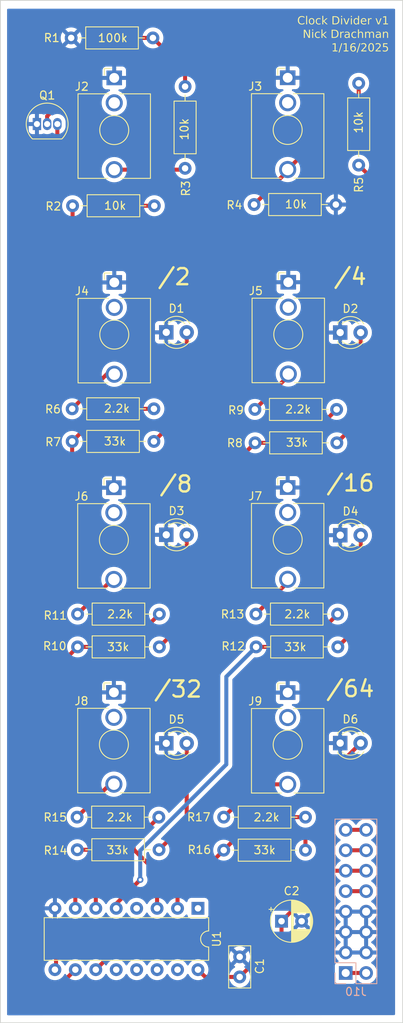
<source format=kicad_pcb>
(kicad_pcb (version 20221018) (generator pcbnew)
  (layers (0 "F.Cu" signal) (31 "B.Cu" signal) (34 "B.Paste" user) (35 "F.Paste" user) (36 "B.SilkS" user "B.Silkscreen") (37 "F.SilkS" user "F.Silkscreen") (38 "B.Mask" user) (39 "F.Mask" user) (44 "Edge.Cuts" user))
  (net 0 "")
  (net 1 "GND")
  (net 2 "Net-(D1-A)")
  (net 3 "Net-(D2-A)")
  (net 4 "Net-(D3-A)")
  (net 5 "Net-(D4-A)")
  (net 6 "Net-(D5-A)")
  (net 7 "Net-(D6-A)")
  (net 8 "Net-(Q1-B)")
  (net 9 "Net-(Q1-C)")
  (net 10 "Net-(J2-PadT)")
  (net 11 "Net-(J3-PadT)")
  (net 12 "Net-(U1-Reset)")
  (net 13 "Net-(J4-PadT)")
  (net 14 "Net-(U1-Q0)")
  (net 15 "Net-(U1-Q1)")
  (net 16 "Net-(J5-PadT)")
  (net 17 "Net-(U1-Q2)")
  (net 18 "Net-(J6-PadT)")
  (net 19 "Net-(U1-Q3)")
  (net 20 "Net-(J7-PadT)")
  (net 21 "Net-(U1-Q4)")
  (net 22 "Net-(J8-PadT)")
  (net 23 "Net-(U1-Q5)")
  (net 24 "Net-(J9-PadT)")
  (net 30 "+12V")
  (net 31 "-12V")
  (net 33 "+5V")
  (net 34 "unconnected-(J10-Pin_13-Pad13)")
  (net 35 "unconnected-(J10-Pin_15-Pad15)")
  (footprint "LED_THT:LED_D3.0mm" (layer "F.Cu") (at 135.835 94.825)
    (fp_text reference "D3" (at 1.27 -2.96) (layer "F.SilkS"))
    (fp_text value "LED")
    (pad "1" thru_hole rect (at 0 0) (size 1.8 1.8) (drill 0.9) (layers "*.Cu" "*.Mask") (net 1 "GND"))
    (pad "2" thru_hole circle (at 2.54 0) (size 1.8 1.8) (drill 0.9) (layers "*.Cu" "*.Mask") (net 4 "Net-(D3-A)"))
  )
  (footprint "LED_THT:LED_D3.0mm" (layer "F.Cu") (at 157.46 94.875)
    (fp_text reference "D4" (at 1.27 -2.96) (layer "F.SilkS"))
    (fp_text value "LED")
    (pad "1" thru_hole rect (at 0 0) (size 1.8 1.8) (drill 0.9) (layers "*.Cu" "*.Mask") (net 1 "GND"))
    (pad "2" thru_hole circle (at 2.54 0) (size 1.8 1.8) (drill 0.9) (layers "*.Cu" "*.Mask") (net 5 "Net-(D4-A)"))
  )
  (footprint "Resistor_THT:R_Axial_DIN0207_L6.3mm_D2.5mm_P10.16mm_Horizontal" (layer "F.Cu") (at 146.85 79.25)
    (fp_text reference "R9" (at -2.35 0.1) (layer "F.SilkS"))
    (fp_text value "2k2")
    (pad "1" thru_hole circle (at 0 0) (size 1.6 1.6) (drill 0.8) (layers "*.Cu" "*.Mask") (net 16 "Net-(J5-PadT)"))
    (pad "2" thru_hole oval (at 10.16 0) (size 1.6 1.6) (drill 0.8) (layers "*.Cu" "*.Mask") (net 15 "Net-(U1-Q1)"))
  )
  (footprint "LED_THT:LED_D3.0mm" (layer "F.Cu") (at 157.45 120.7)
    (fp_text reference "D6" (at 1.27 -2.96) (layer "F.SilkS"))
    (fp_text value "LED")
    (pad "1" thru_hole rect (at 0 0) (size 1.8 1.8) (drill 0.9) (layers "*.Cu" "*.Mask") (net 1 "GND"))
    (pad "2" thru_hole circle (at 2.54 0) (size 1.8 1.8) (drill 0.9) (layers "*.Cu" "*.Mask") (net 7 "Net-(D6-A)"))
  )
  (footprint "Resistor_THT:R_Axial_DIN0207_L6.3mm_D2.5mm_P10.16mm_Horizontal" (layer "F.Cu") (at 124.14 83.225)
    (fp_text reference "R7" (at -2.365 0.075) (layer "F.SilkS"))
    (fp_text value "33k")
    (pad "1" thru_hole circle (at 0 0) (size 1.6 1.6) (drill 0.8) (layers "*.Cu" "*.Mask") (net 14 "Net-(U1-Q0)"))
    (pad "2" thru_hole oval (at 10.16 0) (size 1.6 1.6) (drill 0.8) (layers "*.Cu" "*.Mask") (net 2 "Net-(D1-A)"))
  )
  (footprint "Connector_Audio:Jack_3.5mm_QingPu_WQP-PJ398SM_Vertical_CircularHoles" (layer "F.Cu") (at 150.925 88.95)
    (fp_text reference "J7" (at -4.03 1.08) (layer "F.SilkS"))
    (fp_text value "/16")
    (pad "S" thru_hole rect (at 0 0 180) (size 1.93 1.83) (drill 1.22) (layers "*.Cu" "*.Mask") (net 1 "GND"))
    (pad "T" thru_hole circle (at 0 11.4 180) (size 2.13 2.13) (drill 1.43) (layers "*.Cu" "*.Mask") (net 20 "Net-(J7-PadT)"))
    (pad "TN" thru_hole circle (at 0 3.1 180) (size 2.13 2.13) (drill 1.42) (layers "*.Cu" "*.Mask"))
  )
  (footprint "Connector_Audio:Jack_3.5mm_QingPu_WQP-PJ398SM_Vertical_CircularHoles" (layer "F.Cu") (at 150.925 114.425)
    (fp_text reference "J9" (at -4.03 1.08) (layer "F.SilkS"))
    (fp_text value "/64")
    (pad "S" thru_hole rect (at 0 0 180) (size 1.93 1.83) (drill 1.22) (layers "*.Cu" "*.Mask") (net 1 "GND"))
    (pad "T" thru_hole circle (at 0 11.4 180) (size 2.13 2.13) (drill 1.43) (layers "*.Cu" "*.Mask") (net 24 "Net-(J9-PadT)"))
    (pad "TN" thru_hole circle (at 0 3.1 180) (size 2.13 2.13) (drill 1.42) (layers "*.Cu" "*.Mask"))
  )
  (footprint "Resistor_THT:R_Axial_DIN0207_L6.3mm_D2.5mm_P10.16mm_Horizontal" (layer "F.Cu") (at 124.14 79.175)
    (fp_text reference "R6" (at -2.39 0.05) (layer "F.SilkS"))
    (fp_text value "2.2k")
    (pad "1" thru_hole circle (at 0 0) (size 1.6 1.6) (drill 0.8) (layers "*.Cu" "*.Mask") (net 13 "Net-(J4-PadT)"))
    (pad "2" thru_hole oval (at 10.16 0) (size 1.6 1.6) (drill 0.8) (layers "*.Cu" "*.Mask") (net 14 "Net-(U1-Q0)"))
  )
  (footprint "LED_THT:LED_D3.0mm" (layer "F.Cu") (at 157.45 69.7)
    (fp_text reference "D2" (at 1.27 -2.96) (layer "F.SilkS"))
    (fp_text value "LED")
    (pad "1" thru_hole rect (at 0 0) (size 1.8 1.8) (drill 0.9) (layers "*.Cu" "*.Mask") (net 1 "GND"))
    (pad "2" thru_hole circle (at 2.54 0) (size 1.8 1.8) (drill 0.9) (layers "*.Cu" "*.Mask") (net 3 "Net-(D2-A)"))
  )
  (footprint "Resistor_THT:R_Axial_DIN0207_L6.3mm_D2.5mm_P10.16mm_Horizontal" (layer "F.Cu") (at 159.75 48.9 90)
    (fp_text reference "R5" (at -2.45 0.025 90) (layer "F.SilkS"))
    (fp_text value "10k")
    (pad "1" thru_hole circle (at 0 0 90) (size 1.6 1.6) (drill 0.8) (layers "*.Cu" "*.Mask") (net 12 "Net-(U1-Reset)"))
    (pad "2" thru_hole oval (at 10.16 0 90) (size 1.6 1.6) (drill 0.8) (layers "*.Cu" "*.Mask") (net 11 "Net-(J3-PadT)"))
  )
  (footprint "Resistor_THT:R_Axial_DIN0207_L6.3mm_D2.5mm_P10.16mm_Horizontal" (layer "F.Cu") (at 124.815 104.675)
    (fp_text reference "R11" (at -2.765 0.175) (layer "F.SilkS"))
    (fp_text value "2k2")
    (pad "1" thru_hole circle (at 0 0) (size 1.6 1.6) (drill 0.8) (layers "*.Cu" "*.Mask") (net 18 "Net-(J6-PadT)"))
    (pad "2" thru_hole oval (at 10.16 0) (size 1.6 1.6) (drill 0.8) (layers "*.Cu" "*.Mask") (net 17 "Net-(U1-Q2)"))
  )
  (footprint "Connector_Audio:Jack_3.5mm_QingPu_WQP-PJ398SM_Vertical_CircularHoles" (layer "F.Cu") (at 129.325 88.975)
    (fp_text reference "J6" (at -4.03 1.08) (layer "F.SilkS"))
    (fp_text value "/8")
    (pad "S" thru_hole rect (at 0 0 180) (size 1.93 1.83) (drill 1.22) (layers "*.Cu" "*.Mask") (net 1 "GND"))
    (pad "T" thru_hole circle (at 0 11.4 180) (size 2.13 2.13) (drill 1.43) (layers "*.Cu" "*.Mask") (net 18 "Net-(J6-PadT)"))
    (pad "TN" thru_hole circle (at 0 3.1 180) (size 2.13 2.13) (drill 1.42) (layers "*.Cu" "*.Mask"))
  )
  (footprint "Package_DIP:DIP-16_W7.62mm" (layer "F.Cu") (at 139.775 141.225 -90)
    (fp_text reference "U1" (at 3.81 -2.33 90) (layer "F.SilkS"))
    (fp_text value "4040")
    (pad "1" thru_hole rect (at 0 0 270) (size 1.6 1.6) (drill 0.8) (layers "*.Cu" "*.Mask"))
    (pad "2" thru_hole oval (at 0 2.54 270) (size 1.6 1.6) (drill 0.8) (layers "*.Cu" "*.Mask") (net 23 "Net-(U1-Q5)"))
    (pad "3" thru_hole oval (at 0 5.08 270) (size 1.6 1.6) (drill 0.8) (layers "*.Cu" "*.Mask") (net 21 "Net-(U1-Q4)"))
    (pad "4" thru_hole oval (at 0 7.62 270) (size 1.6 1.6) (drill 0.8) (layers "*.Cu" "*.Mask"))
    (pad "5" thru_hole oval (at 0 10.16 270) (size 1.6 1.6) (drill 0.8) (layers "*.Cu" "*.Mask") (net 19 "Net-(U1-Q3)"))
    (pad "6" thru_hole oval (at 0 12.7 270) (size 1.6 1.6) (drill 0.8) (layers "*.Cu" "*.Mask") (net 17 "Net-(U1-Q2)"))
    (pad "7" thru_hole oval (at 0 15.24 270) (size 1.6 1.6) (drill 0.8) (layers "*.Cu" "*.Mask") (net 15 "Net-(U1-Q1)"))
    (pad "8" thru_hole oval (at 0 17.78 270) (size 1.6 1.6) (drill 0.8) (layers "*.Cu" "*.Mask") (net 1 "GND"))
    (pad "9" thru_hole oval (at 7.62 17.78 270) (size 1.6 1.6) (drill 0.8) (layers "*.Cu" "*.Mask") (net 14 "Net-(U1-Q0)"))
    (pad "10" thru_hole oval (at 7.62 15.24 270) (size 1.6 1.6) (drill 0.8) (layers "*.Cu" "*.Mask") (net 9 "Net-(Q1-C)"))
    (pad "11" thru_hole oval (at 7.62 12.7 270) (size 1.6 1.6) (drill 0.8) (layers "*.Cu" "*.Mask") (net 12 "Net-(U1-Reset)"))
    (pad "12" thru_hole oval (at 7.62 10.16 270) (size 1.6 1.6) (drill 0.8) (layers "*.Cu" "*.Mask"))
    (pad "13" thru_hole oval (at 7.62 7.62 270) (size 1.6 1.6) (drill 0.8) (layers "*.Cu" "*.Mask"))
    (pad "14" thru_hole oval (at 7.62 5.08 270) (size 1.6 1.6) (drill 0.8) (layers "*.Cu" "*.Mask"))
    (pad "15" thru_hole oval (at 7.62 2.54 270) (size 1.6 1.6) (drill 0.8) (layers "*.Cu" "*.Mask"))
    (pad "16" thru_hole oval (at 7.62 0 270) (size 1.6 1.6) (drill 0.8) (layers "*.Cu" "*.Mask") (net 33 "+5V"))
  )
  (footprint "Package_TO_SOT_THT:TO-92_Inline" (layer "F.Cu") (at 119.76 43.8)
    (fp_text reference "Q1" (at 1.27 -3.56) (layer "F.SilkS"))
    (fp_text value "2N3904")
    (pad "1" thru_hole rect (at 0 0) (size 1.05 1.5) (drill 0.75) (layers "*.Cu" "*.Mask") (net 1 "GND"))
    (pad "2" thru_hole oval (at 1.27 0) (size 1.05 1.5) (drill 0.75) (layers "*.Cu" "*.Mask") (net 8 "Net-(Q1-B)"))
    (pad "3" thru_hole oval (at 2.54 0) (size 1.05 1.5) (drill 0.75) (layers "*.Cu" "*.Mask") (net 9 "Net-(Q1-C)"))
  )
  (footprint "Resistor_THT:R_Axial_DIN0207_L6.3mm_D2.5mm_P10.16mm_Horizontal" (layer "F.Cu") (at 138.175 39.14 -90)
    (fp_text reference "R3" (at 12.66 -0.1 90) (layer "F.SilkS"))
    (fp_text value "10k")
    (pad "1" thru_hole circle (at 0 0 270) (size 1.6 1.6) (drill 0.8) (layers "*.Cu" "*.Mask") (net 8 "Net-(Q1-B)"))
    (pad "2" thru_hole oval (at 10.16 0 270) (size 1.6 1.6) (drill 0.8) (layers "*.Cu" "*.Mask") (net 10 "Net-(J2-PadT)"))
  )
  (footprint "Capacitor_THT:CP_Radial_D5.0mm_P2.50mm" (layer "F.Cu") (at 150.16 142.825)
    (fp_text reference "C2" (at 1.25 -3.75) (layer "F.SilkS"))
    (fp_text value "10u")
    (pad "1" thru_hole rect (at 0 0) (size 1.6 1.6) (drill 0.8) (layers "*.Cu" "*.Mask") (net 33 "+5V"))
    (pad "2" thru_hole circle (at 2.5 0) (size 1.6 1.6) (drill 0.8) (layers "*.Cu" "*.Mask") (net 1 "GND"))
  )
  (footprint "Connector_Audio:Jack_3.5mm_QingPu_WQP-PJ398SM_Vertical_CircularHoles" (layer "F.Cu") (at 129.325 114.4)
    (fp_text reference "J8" (at -4.03 1.08) (layer "F.SilkS"))
    (fp_text value "/32")
    (pad "S" thru_hole rect (at 0 0 180) (size 1.93 1.83) (drill 1.22) (layers "*.Cu" "*.Mask") (net 1 "GND"))
    (pad "T" thru_hole circle (at 0 11.4 180) (size 2.13 2.13) (drill 1.43) (layers "*.Cu" "*.Mask") (net 22 "Net-(J8-PadT)"))
    (pad "TN" thru_hole circle (at 0 3.1 180) (size 2.13 2.13) (drill 1.42) (layers "*.Cu" "*.Mask"))
  )
  (footprint "Connector_Audio:Jack_3.5mm_QingPu_WQP-PJ398SM_Vertical_CircularHoles" (layer "F.Cu") (at 150.925 38.05)
    (fp_text reference "J3" (at -4.03 1.08 180) (layer "F.SilkS"))
    (fp_text value "ResetIn")
    (pad "S" thru_hole rect (at 0 0 180) (size 1.93 1.83) (drill 1.22) (layers "*.Cu" "*.Mask") (net 1 "GND"))
    (pad "T" thru_hole circle (at 0 11.4 180) (size 2.13 2.13) (drill 1.43) (layers "*.Cu" "*.Mask") (net 11 "Net-(J3-PadT)"))
    (pad "TN" thru_hole circle (at 0 3.1 180) (size 2.13 2.13) (drill 1.42) (layers "*.Cu" "*.Mask"))
  )
  (footprint "Resistor_THT:R_Axial_DIN0207_L6.3mm_D2.5mm_P10.16mm_Horizontal" (layer "F.Cu") (at 146.975 104.675)
    (fp_text reference "R13" (at -2.9 0.025) (layer "F.SilkS"))
    (fp_text value "2k2")
    (pad "1" thru_hole circle (at 0 0) (size 1.6 1.6) (drill 0.8) (layers "*.Cu" "*.Mask") (net 20 "Net-(J7-PadT)"))
    (pad "2" thru_hole oval (at 10.16 0) (size 1.6 1.6) (drill 0.8) (layers "*.Cu" "*.Mask") (net 19 "Net-(U1-Q3)"))
  )
  (footprint "Resistor_THT:R_Axial_DIN0207_L6.3mm_D2.5mm_P10.16mm_Horizontal" (layer "F.Cu") (at 124.75 129.9)
    (fp_text reference "R15" (at -2.715 0.025) (layer "F.SilkS"))
    (fp_text value "2k2")
    (pad "1" thru_hole circle (at 0 0) (size 1.6 1.6) (drill 0.8) (layers "*.Cu" "*.Mask") (net 22 "Net-(J8-PadT)"))
    (pad "2" thru_hole oval (at 10.16 0) (size 1.6 1.6) (drill 0.8) (layers "*.Cu" "*.Mask") (net 21 "Net-(U1-Q4)"))
  )
  (footprint "Resistor_THT:R_Axial_DIN0207_L6.3mm_D2.5mm_P10.16mm_Horizontal" (layer "F.Cu") (at 147 108.75)
    (fp_text reference "R12" (at -2.85 -0.075) (layer "F.SilkS"))
    (fp_text value "33k")
    (pad "1" thru_hole circle (at 0 0) (size 1.6 1.6) (drill 0.8) (layers "*.Cu" "*.Mask") (net 19 "Net-(U1-Q3)"))
    (pad "2" thru_hole oval (at 10.16 0) (size 1.6 1.6) (drill 0.8) (layers "*.Cu" "*.Mask") (net 5 "Net-(D4-A)"))
  )
  (footprint "LED_THT:LED_D3.0mm" (layer "F.Cu") (at 135.835 120.725)
    (fp_text reference "D5" (at 1.27 -2.96) (layer "F.SilkS"))
    (fp_text value "LED")
    (pad "1" thru_hole rect (at 0 0) (size 1.8 1.8) (drill 0.9) (layers "*.Cu" "*.Mask") (net 1 "GND"))
    (pad "2" thru_hole circle (at 2.54 0) (size 1.8 1.8) (drill 0.9) (layers "*.Cu" "*.Mask") (net 6 "Net-(D5-A)"))
  )
  (footprint "Connector_Audio:Jack_3.5mm_QingPu_WQP-PJ398SM_Vertical_CircularHoles" (layer "F.Cu") (at 151 63.45)
    (fp_text reference "J5" (at -4.03 1.08) (layer "F.SilkS"))
    (fp_text value "/4")
    (pad "S" thru_hole rect (at 0 0 180) (size 1.93 1.83) (drill 1.22) (layers "*.Cu" "*.Mask") (net 1 "GND"))
    (pad "T" thru_hole circle (at 0 11.4 180) (size 2.13 2.13) (drill 1.43) (layers "*.Cu" "*.Mask") (net 16 "Net-(J5-PadT)"))
    (pad "TN" thru_hole circle (at 0 3.1 180) (size 2.13 2.13) (drill 1.42) (layers "*.Cu" "*.Mask"))
  )
  (footprint "Connector_Audio:Jack_3.5mm_QingPu_WQP-PJ398SM_Vertical_CircularHoles" (layer "F.Cu") (at 129.368095 38.066967)
    (fp_text reference "J2" (at -4.03 1.08) (layer "F.SilkS"))
    (fp_text value "ClockIn")
    (pad "S" thru_hole rect (at 0 0 180) (size 1.93 1.83) (drill 1.22) (layers "*.Cu" "*.Mask") (net 1 "GND"))
    (pad "T" thru_hole circle (at 0 11.4 180) (size 2.13 2.13) (drill 1.43) (layers "*.Cu" "*.Mask") (net 10 "Net-(J2-PadT)"))
    (pad "TN" thru_hole circle (at 0 3.1 180) (size 2.13 2.13) (drill 1.42) (layers "*.Cu" "*.Mask"))
  )
  (footprint "Resistor_THT:R_Axial_DIN0207_L6.3mm_D2.5mm_P10.16mm_Horizontal" (layer "F.Cu") (at 146.75 53.8)
    (fp_text reference "R4" (at -2.45 0.075) (layer "F.SilkS"))
    (fp_text value "10k")
    (pad "1" thru_hole circle (at 0 0) (size 1.6 1.6) (drill 0.8) (layers "*.Cu" "*.Mask") (net 11 "Net-(J3-PadT)"))
    (pad "2" thru_hole oval (at 10.16 0) (size 1.6 1.6) (drill 0.8) (layers "*.Cu" "*.Mask") (net 1 "GND"))
  )
  (footprint "Connector_Audio:Jack_3.5mm_QingPu_WQP-PJ398SM_Vertical_CircularHoles" (layer "F.Cu") (at 129.375 63.475)
    (fp_text reference "J4" (at -4.03 1.08) (layer "F.SilkS"))
    (fp_text value "/2")
    (pad "S" thru_hole rect (at 0 0 180) (size 1.93 1.83) (drill 1.22) (layers "*.Cu" "*.Mask") (net 1 "GND"))
    (pad "T" thru_hole circle (at 0 11.4 180) (size 2.13 2.13) (drill 1.43) (layers "*.Cu" "*.Mask") (net 13 "Net-(J4-PadT)"))
    (pad "TN" thru_hole circle (at 0 3.1 180) (size 2.13 2.13) (drill 1.42) (layers "*.Cu" "*.Mask"))
  )
  (footprint "Resistor_THT:R_Axial_DIN0207_L6.3mm_D2.5mm_P10.16mm_Horizontal" (layer "F.Cu") (at 124.19 53.95)
    (fp_text reference "R2" (at -2.39 0.075) (layer "F.SilkS"))
    (fp_text value "10k")
    (pad "1" thru_hole circle (at 0 0) (size 1.6 1.6) (drill 0.8) (layers "*.Cu" "*.Mask") (net 33 "+5V"))
    (pad "2" thru_hole oval (at 10.16 0) (size 1.6 1.6) (drill 0.8) (layers "*.Cu" "*.Mask") (net 9 "Net-(Q1-C)"))
  )
  (footprint "Resistor_THT:R_Axial_DIN0207_L6.3mm_D2.5mm_P10.16mm_Horizontal" (layer "F.Cu") (at 124.815 108.75)
    (fp_text reference "R10" (at -2.84 -0.1) (layer "F.SilkS"))
    (fp_text value "33k")
    (pad "1" thru_hole circle (at 0 0) (size 1.6 1.6) (drill 0.8) (layers "*.Cu" "*.Mask") (net 17 "Net-(U1-Q2)"))
    (pad "2" thru_hole oval (at 10.16 0) (size 1.6 1.6) (drill 0.8) (layers "*.Cu" "*.Mask") (net 4 "Net-(D3-A)"))
  )
  (footprint "Resistor_THT:R_Axial_DIN0207_L6.3mm_D2.5mm_P10.16mm_Horizontal" (layer "F.Cu") (at 146.875 83.4)
    (fp_text reference "R8" (at -2.515 0.025) (layer "F.SilkS"))
    (fp_text value "33k")
    (pad "1" thru_hole circle (at 0 0) (size 1.6 1.6) (drill 0.8) (layers "*.Cu" "*.Mask") (net 15 "Net-(U1-Q1)"))
    (pad "2" thru_hole oval (at 10.16 0) (size 1.6 1.6) (drill 0.8) (layers "*.Cu" "*.Mask") (net 3 "Net-(D2-A)"))
  )
  (footprint "Resistor_THT:R_Axial_DIN0207_L6.3mm_D2.5mm_P10.16mm_Horizontal" (layer "F.Cu") (at 124.775 133.95)
    (fp_text reference "R14" (at -2.715 0.1) (layer "F.SilkS"))
    (fp_text value "33k")
    (pad "1" thru_hole circle (at 0 0) (size 1.6 1.6) (drill 0.8) (layers "*.Cu" "*.Mask") (net 21 "Net-(U1-Q4)"))
    (pad "2" thru_hole oval (at 10.16 0) (size 1.6 1.6) (drill 0.8) (layers "*.Cu" "*.Mask") (net 6 "Net-(D5-A)"))
  )
  (footprint "Resistor_THT:R_Axial_DIN0207_L6.3mm_D2.5mm_P10.16mm_Horizontal" (layer "F.Cu") (at 124.015 33.1)
    (fp_text reference "R1" (at -2.415 0) (layer "F.SilkS"))
    (fp_text value "100k")
    (pad "1" thru_hole circle (at 0 0) (size 1.6 1.6) (drill 0.8) (layers "*.Cu" "*.Mask") (net 1 "GND"))
    (pad "2" thru_hole oval (at 10.16 0) (size 1.6 1.6) (drill 0.8) (layers "*.Cu" "*.Mask") (net 8 "Net-(Q1-B)"))
  )
  (footprint "Capacitor_THT:C_Disc_D5.0mm_W2.5mm_P2.50mm" (layer "F.Cu") (at 144.96 149.75 90)
    (fp_text reference "C1" (at 1.325 2.49 90) (layer "F.SilkS"))
    (fp_text value "0.1u")
    (pad "1" thru_hole circle (at 0 0 90) (size 1.6 1.6) (drill 0.8) (layers "*.Cu" "*.Mask") (net 33 "+5V"))
    (pad "2" thru_hole circle (at 2.5 0 90) (size 1.6 1.6) (drill 0.8) (layers "*.Cu" "*.Mask") (net 1 "GND"))
  )
  (footprint "Resistor_THT:R_Axial_DIN0207_L6.3mm_D2.5mm_P10.16mm_Horizontal" (layer "F.Cu") (at 142.975 129.9)
    (fp_text reference "R17" (at -3.1 0) (layer "F.SilkS"))
    (fp_text value "2k2")
    (pad "1" thru_hole circle (at 0 0) (size 1.6 1.6) (drill 0.8) (layers "*.Cu" "*.Mask") (net 24 "Net-(J9-PadT)"))
    (pad "2" thru_hole oval (at 10.16 0) (size 1.6 1.6) (drill 0.8) (layers "*.Cu" "*.Mask") (net 23 "Net-(U1-Q5)"))
  )
  (footprint "Resistor_THT:R_Axial_DIN0207_L6.3mm_D2.5mm_P10.16mm_Horizontal" (layer "F.Cu") (at 142.975 134)
    (fp_text reference "R16" (at -3.025 -0.05) (layer "F.SilkS"))
    (fp_text value "33k")
    (pad "1" thru_hole circle (at 0 0) (size 1.6 1.6) (drill 0.8) (layers "*.Cu" "*.Mask") (net 23 "Net-(U1-Q5)"))
    (pad "2" thru_hole oval (at 10.16 0) (size 1.6 1.6) (drill 0.8) (layers "*.Cu" "*.Mask") (net 7 "Net-(D6-A)"))
  )
  (footprint "LED_THT:LED_D3.0mm" (layer "F.Cu") (at 135.835 69.675)
    (fp_text reference "D1" (at 1.27 -2.96) (layer "F.SilkS"))
    (fp_text value "LED")
    (pad "1" thru_hole rect (at 0 0) (size 1.8 1.8) (drill 0.9) (layers "*.Cu" "*.Mask") (net 1 "GND"))
    (pad "2" thru_hole circle (at 2.54 0) (size 1.8 1.8) (drill 0.9) (layers "*.Cu" "*.Mask") (net 2 "Net-(D1-A)"))
  )
  (footprint "Connector_PinHeader_2.54mm:PinHeader_2x08_P2.54mm_Vertical" (layer "B.Cu") (at 158.135 149.255)
    (fp_text reference "J10" (at 1.27 2.33) (layer "B.SilkS") (effects (justify mirror)))
    (fp_text value "Conn_02x08_Odd_Even")
    (pad "1" thru_hole rect (at 0 0) (size 1.7 1.7) (drill 1) (layers "*.Cu" "*.Mask") (net 31 "-12V"))
    (pad "2" thru_hole oval (at 2.54 0) (size 1.7 1.7) (drill 1) (layers "*.Cu" "*.Mask") (net 31 "-12V"))
    (pad "3" thru_hole oval (at 0 -2.54) (size 1.7 1.7) (drill 1) (layers "*.Cu" "*.Mask") (net 1 "GND"))
    (pad "4" thru_hole oval (at 2.54 -2.54) (size 1.7 1.7) (drill 1) (layers "*.Cu" "*.Mask") (net 1 "GND"))
    (pad "5" thru_hole oval (at 0 -5.08) (size 1.7 1.7) (drill 1) (layers "*.Cu" "*.Mask") (net 1 "GND"))
    (pad "6" thru_hole oval (at 2.54 -5.08) (size 1.7 1.7) (drill 1) (layers "*.Cu" "*.Mask") (net 1 "GND"))
    (pad "7" thru_hole oval (at 0 -7.62) (size 1.7 1.7) (drill 1) (layers "*.Cu" "*.Mask") (net 1 "GND"))
    (pad "8" thru_hole oval (at 2.54 -7.62) (size 1.7 1.7) (drill 1) (layers "*.Cu" "*.Mask") (net 1 "GND"))
    (pad "9" thru_hole oval (at 0 -10.16) (size 1.7 1.7) (drill 1) (layers "*.Cu" "*.Mask") (net 30 "+12V"))
    (pad "10" thru_hole oval (at 2.54 -10.16) (size 1.7 1.7) (drill 1) (layers "*.Cu" "*.Mask") (net 30 "+12V"))
    (pad "11" thru_hole oval (at 0 -12.7) (size 1.7 1.7) (drill 1) (layers "*.Cu" "*.Mask") (net 33 "+5V"))
    (pad "12" thru_hole oval (at 2.54 -12.7) (size 1.7 1.7) (drill 1) (layers "*.Cu" "*.Mask") (net 33 "+5V"))
    (pad "13" thru_hole oval (at 0 -15.24) (size 1.7 1.7) (drill 1) (layers "*.Cu" "*.Mask") (net 34 "unconnected-(J10-Pin_13-Pad13)"))
    (pad "14" thru_hole oval (at 2.54 -15.24) (size 1.7 1.7) (drill 1) (layers "*.Cu" "*.Mask") (net 34 "unconnected-(J10-Pin_13-Pad13)"))
    (pad "15" thru_hole oval (at 0 -17.78) (size 1.7 1.7) (drill 1) (layers "*.Cu" "*.Mask") (net 35 "unconnected-(J10-Pin_15-Pad15)"))
    (pad "16" thru_hole oval (at 2.54 -17.78) (size 1.7 1.7) (drill 1) (layers "*.Cu" "*.Mask") (net 35 "unconnected-(J10-Pin_15-Pad15)"))
  )
  (gr_rect (start 115.22 28.44) (end 165.22 155.44) (stroke (width 0.1)) (fill none) (layer "Edge.Cuts"))
  (gr_text "10k" (at 150.5 54.35) (layer "F.SilkS") (effects (font (size 1 1)) (justify left bottom)))
  (gr_text "2.2k" (at 128.4 105.275) (layer "F.SilkS") (effects (font (size 1 1)) (justify left bottom)))
  (gr_text "33k" (at 128.325 134.575) (layer "F.SilkS") (effects (font (size 1 1)) (justify left bottom)))
  (gr_text "2.2k" (at 150.525 79.825) (layer "F.SilkS") (effects (font (size 1 1)) (justify left bottom)))
  (gr_text "33k" (at 128.4 109.35) (layer "F.SilkS") (effects (font (size 1 1)) (justify left bottom)))
  (gr_text "33k" (at 150.425 109.35) (layer "F.SilkS") (effects (font (size 1 1)) (justify left bottom)))
  (gr_text "10k" (at 160.325 45.05 90) (layer "F.SilkS") (effects (font (size 1 1)) (justify left bottom)))
  (gr_text "2.2k" (at 146.6 130.5) (layer "F.SilkS") (effects (font (size 1 1)) (justify left bottom)))
  (gr_text "10k" (at 128.025 54.525) (layer "F.SilkS") (effects (font (size 1 1)) (justify left bottom)))
  (gr_text "/4" (at 156.5 63.925) (layer "F.SilkS") (effects (font (size 2 2) (thickness 0.3)) (justify left bottom)))
  (gr_text "33k" (at 146.6 134.575) (layer "F.SilkS") (effects (font (size 1 1)) (justify left bottom)))
  (gr_text "2.2k" (at 150.425 105.275) (layer "F.SilkS") (effects (font (size 1 1)) (justify left bottom)))
  (gr_text "10k" (at 138.675 45.9 90) (layer "F.SilkS") (effects (font (size 1 1)) (justify left bottom)))
  (gr_text "33k" (at 128 83.8) (layer "F.SilkS") (effects (font (size 1 1)) (justify left bottom)))
  (gr_text "/8\n" (at 134.85 89.7) (layer "F.SilkS") (effects (font (size 2 2) (thickness 0.3)) (justify left bottom)))
  (gr_text "/2" (at 134.625 63.95) (layer "F.SilkS") (effects (font (size 2 2) (thickness 0.3)) (justify left bottom)))
  (gr_text "33k" (at 150.625 83.95) (layer "F.SilkS") (effects (font (size 1 1)) (justify left bottom)))
  (gr_text "2.2k" (at 128 79.725) (layer "F.SilkS") (effects (font (size 1 1)) (justify left bottom)))
  (gr_text "Clock Divider v1\nNick Drachman\n1/16/2025" (at 163.525 34.95) (layer "F.SilkS") (effects (font (size 1 1)) (justify right bottom)))
  (gr_text "/32\n" (at 134.15 115.175) (layer "F.SilkS") (effects (font (size 2 2) (thickness 0.3)) (justify left bottom)))
  (gr_text "/64" (at 155.55 115.125) (layer "F.SilkS") (effects (font (size 2 2) (thickness 0.3)) (justify left bottom)))
  (gr_text "2.2k" (at 128.325 130.5) (layer "F.SilkS") (effects (font (size 1 1)) (justify left bottom)))
  (gr_text "/16" (at 155.575 89.575) (layer "F.SilkS") (effects (font (size 2 2) (thickness 0.3)) (justify left bottom)))
  (gr_text "100k\n" (at 127.25 33.7) (layer "F.SilkS") (effects (font (size 1 1)) (justify left bottom)))
  (segment (start 138.375 79.15) (end 138.375 69.675) (width 0.5) (layer "F.Cu") (net 2))
  (segment (start 134.3 83.225) (end 138.375 79.15) (width 0.5) (layer "F.Cu") (net 2))
  (segment (start 159.99 80.445) (end 159.99 69.7) (width 0.5) (layer "F.Cu") (net 3))
  (segment (start 157.035 83.4) (end 159.99 80.445) (width 0.5) (layer "F.Cu") (net 3))
  (segment (start 134.975 108.75) (end 138.375 105.35) (width 0.5) (layer "F.Cu") (net 4))
  (segment (start 138.375 105.35) (end 138.375 94.825) (width 0.5) (layer "F.Cu") (net 4))
  (segment (start 157.16 108.75) (end 160 105.91) (width 0.5) (layer "F.Cu") (net 5))
  (segment (start 160 105.91) (end 160 94.875) (width 0.5) (layer "F.Cu") (net 5))
  (segment (start 138.375 130.51) (end 138.375 120.725) (width 0.5) (layer "F.Cu") (net 6))
  (segment (start 134.935 133.95) (end 138.375 130.51) (width 0.5) (layer "F.Cu") (net 6))
  (segment (start 154.8 125.89) (end 159.99 120.7) (width 0.5) (layer "F.Cu") (net 7))
  (segment (start 154.8 130.95) (end 154.8 125.89) (width 0.5) (layer "F.Cu") (net 7))
  (segment (start 153.135 134) (end 153.135 132.615) (width 0.5) (layer "F.Cu") (net 7))
  (segment (start 153.135 132.615) (end 154.8 130.95) (width 0.5) (layer "F.Cu") (net 7))
  (segment (start 121.03 43.8) (end 121.03 42.82) (width 0.5) (layer "F.Cu") (net 8))
  (segment (start 138.175 39.14) (end 138.175 37.1) (width 0.5) (layer "F.Cu") (net 8))
  (segment (start 121.03 42.82) (end 130.75 33.1) (width 0.5) (layer "F.Cu") (net 8))
  (segment (start 138.175 37.1) (end 134.175 33.1) (width 0.5) (layer "F.Cu") (net 8))
  (segment (start 130.75 33.1) (end 134.175 33.1) (width 0.5) (layer "F.Cu") (net 8))
  (segment (start 118.775 149.125) (end 118.775 65.3) (width 0.5) (layer "F.Cu") (net 9))
  (segment (start 134.35 53.95) (end 130.875 53.95) (width 0.5) (layer "F.Cu") (net 9))
  (segment (start 122.18 151.2) (end 120.76 151.2) (width 0.5) (layer "F.Cu") (net 9))
  (segment (start 120.76 151.11) (end 118.775 149.125) (width 0.5) (layer "F.Cu") (net 9))
  (segment (start 122.3 45.375) (end 122.3 43.8) (width 0.5) (layer "F.Cu") (net 9))
  (segment (start 118.775 65.3) (end 130.5 53.575) (width 0.5) (layer "F.Cu") (net 9))
  (segment (start 120.76 151.2) (end 120.76 151.11) (width 0.5) (layer "F.Cu") (net 9))
  (segment (start 130.875 53.95) (end 130.5 53.575) (width 0.5) (layer "F.Cu") (net 9))
  (segment (start 130.5 53.575) (end 122.3 45.375) (width 0.5) (layer "F.Cu") (net 9))
  (segment (start 124.535 148.845) (end 122.18 151.2) (width 0.5) (layer "F.Cu") (net 9))
  (segment (start 138.008033 49.466967) (end 138.175 49.3) (width 0.5) (layer "F.Cu") (net 10))
  (segment (start 129.368095 49.466967) (end 138.008033 49.466967) (width 0.5) (layer "F.Cu") (net 10))
  (segment (start 159.75 38.74) (end 159.75 40.625) (width 0.5) (layer "F.Cu") (net 11))
  (segment (start 146.75 53.8) (end 150.925 49.625) (width 0.5) (layer "F.Cu") (net 11))
  (segment (start 150.925 49.625) (end 150.925 49.45) (width 0.5) (layer "F.Cu") (net 11))
  (segment (start 159.75 40.625) (end 150.925 49.45) (width 0.5) (layer "F.Cu") (net 11))
  (segment (start 156.025 134.125) (end 156.025 129.05) (width 0.5) (layer "F.Cu") (net 12))
  (segment (start 156.025 129.05) (end 162.775 122.3) (width 0.5) (layer "F.Cu") (net 12))
  (segment (start 153.075 137.075) (end 156.025 134.125) (width 0.5) (layer "F.Cu") (net 12))
  (segment (start 162.775 122.3) (end 162.775 51.925) (width 0.5) (layer "F.Cu") (net 12))
  (segment (start 142.825 144.95) (end 150.7 137.075) (width 0.5) (layer "F.Cu") (net 12))
  (segment (start 150.7 137.075) (end 153.075 137.075) (width 0.5) (layer "F.Cu") (net 12))
  (segment (start 127.075 148.845) (end 130.97 144.95) (width 0.5) (layer "F.Cu") (net 12))
  (segment (start 130.97 144.95) (end 142.825 144.95) (width 0.5) (layer "F.Cu") (net 12))
  (segment (start 162.775 51.925) (end 159.75 48.9) (width 0.5) (layer "F.Cu") (net 12))
  (segment (start 124.14 79.175) (end 128.44 74.875) (width 0.5) (layer "F.Cu") (net 13))
  (segment (start 128.44 74.875) (end 129.375 74.875) (width 0.5) (layer "F.Cu") (net 13))
  (segment (start 122.135 146.5) (end 120.31 144.675) (width 0.5) (layer "F.Cu") (net 14))
  (segment (start 121.995 148.845) (end 122.13 148.845) (width 0.5) (layer "F.Cu") (net 14))
  (segment (start 134.3 79.175) (end 128.19 79.175) (width 0.5) (layer "F.Cu") (net 14))
  (segment (start 122.135 148.85) (end 122.135 146.5) (width 0.5) (layer "F.Cu") (net 14))
  (segment (start 122.13 148.845) (end 122.135 148.85) (width 0.5) (layer "F.Cu") (net 14))
  (segment (start 124.14 84.685) (end 124.14 83.225) (width 0.5) (layer "F.Cu") (net 14))
  (segment (start 120.31 88.515) (end 124.14 84.685) (width 0.5) (layer "F.Cu") (net 14))
  (segment (start 128.19 79.175) (end 124.14 83.225) (width 0.5) (layer "F.Cu") (net 14))
  (segment (start 120.31 144.675) (end 120.31 88.515) (width 0.5) (layer "F.Cu") (net 14))
  (segment (start 124.535 139.485) (end 121.7 136.65) (width 0.5) (layer "F.Cu") (net 15))
  (segment (start 146.875 83.4) (end 152.86 83.4) (width 0.5) (layer "F.Cu") (net 15))
  (segment (start 126 86) (end 144.275 86) (width 0.5) (layer "F.Cu") (net 15))
  (segment (start 144.275 86) (end 146.875 83.4) (width 0.5) (layer "F.Cu") (net 15))
  (segment (start 121.7 90.3) (end 126 86) (width 0.5) (layer "F.Cu") (net 15))
  (segment (start 121.7 136.65) (end 121.7 90.3) (width 0.5) (layer "F.Cu") (net 15))
  (segment (start 152.86 83.4) (end 157.01 79.25) (width 0.5) (layer "F.Cu") (net 15))
  (segment (start 124.535 141.225) (end 124.535 139.485) (width 0.5) (layer "F.Cu") (net 15))
  (segment (start 151 75.1) (end 151 74.85) (width 0.5) (layer "F.Cu") (net 16))
  (segment (start 146.85 79.25) (end 151 75.1) (width 0.5) (layer "F.Cu") (net 16))
  (segment (start 127.075 141.225) (end 127.075 139.625) (width 0.5) (layer "F.Cu") (net 17))
  (segment (start 130.9 108.75) (end 134.975 104.675) (width 0.5) (layer "F.Cu") (net 17))
  (segment (start 123.15 135.7) (end 123.15 110.415) (width 0.5) (layer "F.Cu") (net 17))
  (segment (start 124.815 108.75) (end 130.9 108.75) (width 0.5) (layer "F.Cu") (net 17))
  (segment (start 127.075 139.625) (end 123.15 135.7) (width 0.5) (layer "F.Cu") (net 17))
  (segment (start 123.15 110.415) (end 124.815 108.75) (width 0.5) (layer "F.Cu") (net 17))
  (segment (start 129.115 100.375) (end 129.325 100.375) (width 0.5) (layer "F.Cu") (net 18))
  (segment (start 124.815 104.675) (end 129.115 100.375) (width 0.5) (layer "F.Cu") (net 18))
  (segment (start 147 108.75) (end 153.06 108.75) (width 0.5) (layer "F.Cu") (net 19))
  (segment (start 153.06 108.75) (end 157.135 104.675) (width 0.5) (layer "F.Cu") (net 19))
  (segment (start 129.615 140.66) (end 132.6 137.675) (width 0.5) (layer "F.Cu") (net 19))
  (segment (start 129.615 141.225) (end 129.615 140.66) (width 0.5) (layer "F.Cu") (net 19))
  (via (at 132.6 137.675) (size 0.8) (drill 0.4) (layers "F.Cu" "B.Cu") (net 19))
  (segment (start 143.3 112.45) (end 147 108.75) (width 0.5) (layer "B.Cu") (net 19))
  (segment (start 132.6 134.05) (end 143.3 123.35) (width 0.5) (layer "B.Cu") (net 19))
  (segment (start 132.6 137.675) (end 132.6 134.05) (width 0.5) (layer "B.Cu") (net 19))
  (segment (start 143.3 123.35) (end 143.3 112.45) (width 0.5) (layer "B.Cu") (net 19))
  (segment (start 150.925 100.725) (end 150.925 100.35) (width 0.5) (layer "F.Cu") (net 20))
  (segment (start 146.975 104.675) (end 150.925 100.725) (width 0.5) (layer "F.Cu") (net 20))
  (segment (start 134.695 136.82) (end 131.78 133.905) (width 0.5) (layer "F.Cu") (net 21))
  (segment (start 130.86 133.95) (end 131.78 133.03) (width 0.5) (layer "F.Cu") (net 21))
  (segment (start 131.78 133.905) (end 131.78 133.03) (width 0.5) (layer "F.Cu") (net 21))
  (segment (start 124.775 133.95) (end 130.86 133.95) (width 0.5) (layer "F.Cu") (net 21))
  (segment (start 134.695 141.225) (end 134.695 136.82) (width 0.5) (layer "F.Cu") (net 21))
  (segment (start 131.78 133.03) (end 134.91 129.9) (width 0.5) (layer "F.Cu") (net 21))
  (segment (start 124.75 129.9) (end 128.85 125.8) (width 0.5) (layer "F.Cu") (net 22))
  (segment (start 128.85 125.8) (end 129.325 125.8) (width 0.5) (layer "F.Cu") (net 22))
  (segment (start 137.235 139.74) (end 142.975 134) (width 0.5) (layer "F.Cu") (net 23))
  (segment (start 153.135 129.9) (end 147.075 129.9) (width 0.5) (layer "F.Cu") (net 23))
  (segment (start 137.235 141.225) (end 137.235 139.74) (width 0.5) (layer "F.Cu") (net 23))
  (segment (start 147.075 129.9) (end 142.975 134) (width 0.5) (layer "F.Cu") (net 23))
  (segment (start 142.975 134.025) (end 142.975 134) (width 0.5) (layer "F.Cu") (net 23))
  (segment (start 147.05 125.825) (end 150.925 125.825) (width 0.5) (layer "F.Cu") (net 24))
  (segment (start 142.975 129.9) (end 147.05 125.825) (width 0.5) (layer "F.Cu") (net 24))
  (segment (start 160.675 139.095) (end 158.135 139.095) (width 0.5) (layer "F.Cu") (net 30))
  (segment (start 160.675 149.255) (end 158.135 149.255) (width 0.5) (layer "F.Cu") (net 31))
  (segment (start 148.3975 146.3125) (end 144.96 149.75) (width 0.5) (layer "F.Cu") (net 33))
  (segment (start 120.335 152.975) (end 117.36 150) (width 0.5) (layer "F.Cu") (net 33))
  (segment (start 150.16 144.55) (end 149.2225 145.4875) (width 0.5) (layer "F.Cu") (net 33))
  (segment (start 158.135 136.555) (end 156.43 136.555) (width 0.5) (layer "F.Cu") (net 33))
  (segment (start 146.7 152.975) (end 120.335 152.975) (width 0.5) (layer "F.Cu") (net 33))
  (segment (start 150.16 142.825) (end 150.16 144.55) (width 0.5) (layer "F.Cu") (net 33))
  (segment (start 160.675 136.555) (end 158.135 136.555) (width 0.5) (layer "F.Cu") (net 33))
  (segment (start 148.3975 146.3125) (end 148.3975 151.2775) (width 0.5) (layer "F.Cu") (net 33))
  (segment (start 124.19 55.41) (end 124.19 53.95) (width 0.5) (layer "F.Cu") (net 33))
  (segment (start 117.36 150) (end 117.36 62.24) (width 0.5) (layer "F.Cu") (net 33))
  (segment (start 149.2225 145.4875) (end 148.65 146.06) (width 0.5) (layer "F.Cu") (net 33))
  (segment (start 148.3975 151.2775) (end 146.7 152.975) (width 0.5) (layer "F.Cu") (net 33))
  (segment (start 156.43 136.555) (end 150.16 142.825) (width 0.5) (layer "F.Cu") (net 33))
  (segment (start 140.68 149.75) (end 139.775 148.845) (width 0.5) (layer "F.Cu") (net 33))
  (segment (start 149.2225 145.4875) (end 148.3975 146.3125) (width 0.5) (layer "F.Cu") (net 33))
  (segment (start 117.36 62.24) (end 124.19 55.41) (width 0.5) (layer "F.Cu") (net 33))
  (segment (start 144.96 149.75) (end 140.68 149.75) (width 0.5) (layer "F.Cu") (net 33))
  (segment (start 160.675 134.015) (end 158.135 134.015) (width 0.5) (layer "F.Cu") (net 34))
  (segment (start 160.675 131.475) (end 158.135 131.475) (width 0.5) (layer "F.Cu") (net 35))
  (zone (net 1) (net_name "GND") (layer "B.Cu") (connect_pads (clearance 0.5)) (min_thickness 0.25) (fill yes (thermal_gap 0.5) (thermal_bridge_width 0.5))
    (polygon (pts (xy 116.049824 29.470075) (xy 164.274824 29.470075) (xy 164.274824 154.495075) (xy 116.049824 154.520075)))
  )
)
</source>
